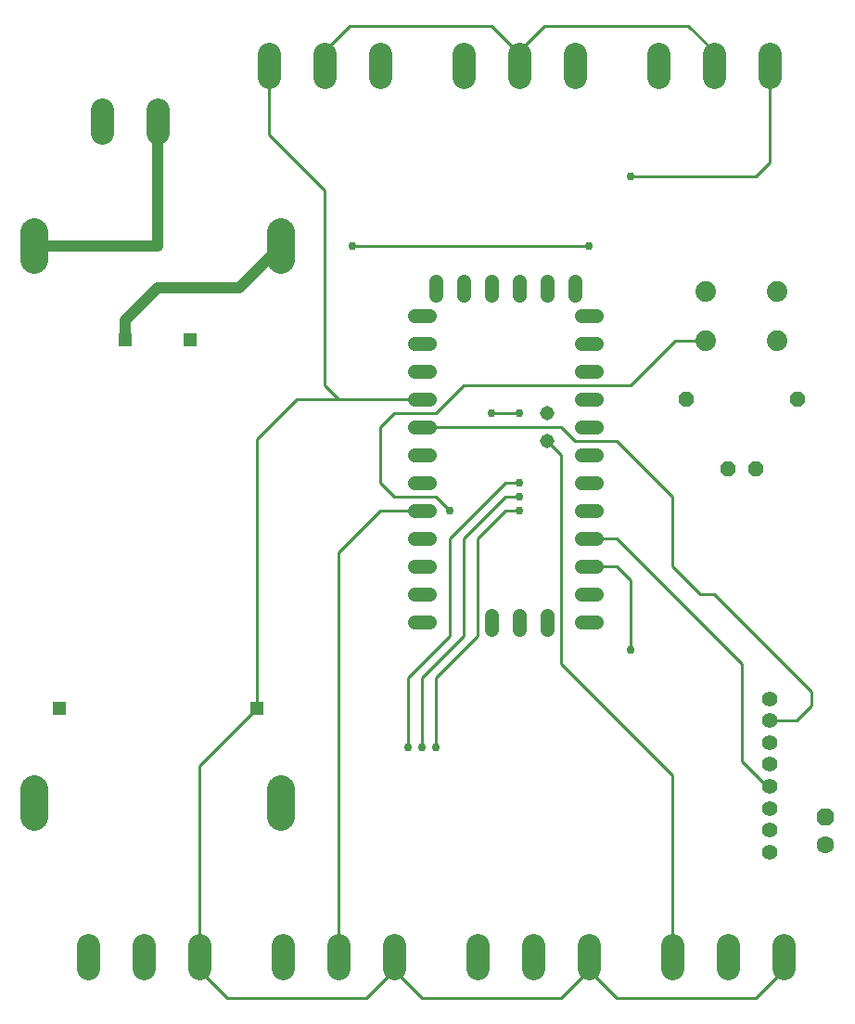
<source format=gbr>
G04 EAGLE Gerber RS-274X export*
G75*
%MOMM*%
%FSLAX34Y34*%
%LPD*%
%INTop Copper*%
%IPPOS*%
%AMOC8*
5,1,8,0,0,1.08239X$1,22.5*%
G01*
%ADD10P,1.732040X8X112.500000*%
%ADD11C,1.600200*%
%ADD12C,1.879600*%
%ADD13C,2.540000*%
%ADD14P,1.429621X8X22.500000*%
%ADD15C,1.422400*%
%ADD16C,1.308000*%
%ADD17C,1.308000*%
%ADD18R,1.308000X1.308000*%
%ADD19C,2.095500*%
%ADD20C,0.254000*%
%ADD21C,0.756400*%
%ADD22C,1.016000*%


D10*
X774700Y177800D03*
D11*
X774700Y152400D03*
D12*
X665988Y657606D03*
X731012Y657606D03*
X665988Y612394D03*
X731012Y612394D03*
D13*
X52578Y685800D02*
X52578Y711200D01*
X277622Y711200D02*
X277622Y685800D01*
X52578Y203200D02*
X52578Y177800D01*
X277622Y177800D02*
X277622Y203200D01*
D14*
X685800Y495300D03*
X711200Y495300D03*
X647700Y558800D03*
X749300Y558800D03*
D15*
X723900Y145900D03*
X723900Y165900D03*
X723900Y185900D03*
X723900Y205900D03*
X723900Y225900D03*
X723900Y245900D03*
X723900Y265900D03*
X723900Y285900D03*
D16*
X419100Y653860D02*
X419100Y666940D01*
X444500Y666940D02*
X444500Y653860D01*
X469900Y653860D02*
X469900Y666940D01*
X495300Y666940D02*
X495300Y653860D01*
X520700Y653860D02*
X520700Y666940D01*
X546100Y666940D02*
X546100Y653860D01*
X412940Y635000D02*
X399860Y635000D01*
X399860Y609600D02*
X412940Y609600D01*
X412940Y584200D02*
X399860Y584200D01*
X399860Y558800D02*
X412940Y558800D01*
X412940Y533400D02*
X399860Y533400D01*
X399860Y508000D02*
X412940Y508000D01*
X412940Y482600D02*
X399860Y482600D01*
X399860Y457200D02*
X412940Y457200D01*
X412940Y431800D02*
X399860Y431800D01*
X399860Y406400D02*
X412940Y406400D01*
X412940Y381000D02*
X399860Y381000D01*
X399860Y355600D02*
X412940Y355600D01*
X552260Y635000D02*
X565340Y635000D01*
X565340Y609600D02*
X552260Y609600D01*
X552260Y584200D02*
X565340Y584200D01*
X565340Y558800D02*
X552260Y558800D01*
X552260Y533400D02*
X565340Y533400D01*
X565340Y508000D02*
X552260Y508000D01*
X552260Y482600D02*
X565340Y482600D01*
X565340Y457200D02*
X552260Y457200D01*
X552260Y431800D02*
X565340Y431800D01*
X565340Y406400D02*
X552260Y406400D01*
X552260Y381000D02*
X565340Y381000D01*
X565340Y355600D02*
X552260Y355600D01*
X520700Y362140D02*
X520700Y349060D01*
X495300Y349060D02*
X495300Y362140D01*
X469900Y362140D02*
X469900Y349060D01*
D17*
X520700Y546100D03*
X520700Y520700D03*
D18*
X135800Y613000D03*
X194800Y613000D03*
X255800Y277000D03*
X75800Y277000D03*
D19*
X165100Y802323D02*
X165100Y823278D01*
X114300Y823278D02*
X114300Y802323D01*
X101600Y61278D02*
X101600Y40323D01*
X152400Y40323D02*
X152400Y61278D01*
X203200Y61278D02*
X203200Y40323D01*
X279400Y40323D02*
X279400Y61278D01*
X330200Y61278D02*
X330200Y40323D01*
X381000Y40323D02*
X381000Y61278D01*
X457200Y61278D02*
X457200Y40323D01*
X508000Y40323D02*
X508000Y61278D01*
X558800Y61278D02*
X558800Y40323D01*
X635000Y40323D02*
X635000Y61278D01*
X685800Y61278D02*
X685800Y40323D01*
X736600Y40323D02*
X736600Y61278D01*
X723900Y853123D02*
X723900Y874078D01*
X673100Y874078D02*
X673100Y853123D01*
X622300Y853123D02*
X622300Y874078D01*
X546100Y874078D02*
X546100Y853123D01*
X495300Y853123D02*
X495300Y874078D01*
X444500Y874078D02*
X444500Y853123D01*
X368300Y853123D02*
X368300Y874078D01*
X317500Y874078D02*
X317500Y853123D01*
X266700Y853123D02*
X266700Y874078D01*
D20*
X203200Y50800D02*
X203200Y38100D01*
X228600Y12700D01*
X355600Y12700D01*
X381000Y38100D01*
X381000Y50800D01*
X381000Y38100D02*
X406400Y12700D01*
X533400Y12700D01*
X558800Y38100D01*
X558800Y50800D01*
X736600Y50800D02*
X736600Y38100D01*
X711200Y12700D01*
X584200Y12700D01*
X558800Y38100D01*
X406400Y558800D02*
X292100Y558800D01*
X255800Y522500D02*
X255800Y277000D01*
X255800Y522500D02*
X292100Y558800D01*
X255800Y277000D02*
X203200Y224400D01*
X203200Y50800D01*
X330200Y558800D02*
X406400Y558800D01*
X330200Y558800D02*
X317500Y571500D01*
X317500Y749300D01*
X266700Y800100D01*
X266700Y863600D01*
X637794Y612394D02*
X665988Y612394D01*
X637794Y612394D02*
X596900Y571500D01*
X444500Y571500D01*
X419100Y546100D02*
X381000Y546100D01*
X368300Y533400D01*
X368300Y482600D01*
X381000Y469900D01*
X419100Y469900D01*
X431800Y457200D01*
D21*
X431800Y457200D03*
D20*
X419100Y546100D02*
X444500Y571500D01*
D21*
X495300Y546100D03*
D20*
X469900Y546100D01*
D21*
X469900Y546100D03*
X342900Y698500D03*
D20*
X558800Y698500D01*
D21*
X558800Y698500D03*
D22*
X277622Y698500D02*
X239522Y660400D01*
X165100Y660400D01*
X135800Y631100D01*
X135800Y613000D01*
D20*
X406400Y533400D02*
X533400Y533400D01*
X546100Y520700D01*
X584200Y520700D01*
X635000Y469900D01*
X635000Y406400D01*
X660400Y381000D01*
X673100Y381000D01*
X762000Y292100D01*
X762000Y279400D01*
X748500Y265900D02*
X723900Y265900D01*
X748500Y265900D02*
X762000Y279400D01*
D21*
X596900Y330200D03*
D20*
X596900Y393700D01*
X584200Y406400D01*
X558800Y406400D01*
X558800Y431800D02*
X584200Y431800D01*
X698500Y317500D01*
X698500Y228600D01*
X721200Y205900D02*
X723900Y205900D01*
X721200Y205900D02*
X698500Y228600D01*
D22*
X165100Y698500D02*
X165100Y812800D01*
X165100Y698500D02*
X52578Y698500D01*
D21*
X393700Y241300D03*
D20*
X393700Y304800D01*
X431800Y342900D01*
X431800Y431800D01*
X482600Y482600D01*
X495300Y482600D01*
D21*
X495300Y482600D03*
X406400Y241300D03*
D20*
X406400Y304800D01*
X444500Y342900D01*
X444500Y431800D01*
X482600Y469900D01*
X495300Y469900D01*
D21*
X495300Y469900D03*
X419100Y241300D03*
D20*
X419100Y304800D01*
X457200Y342900D01*
X457200Y431800D01*
X482600Y457200D01*
X495300Y457200D01*
D21*
X495300Y457200D03*
D20*
X533400Y508000D02*
X520700Y520700D01*
X533400Y508000D02*
X533400Y317500D01*
X635000Y215900D01*
X635000Y50800D01*
D21*
X596900Y762000D03*
D20*
X711200Y762000D01*
X723900Y774700D01*
X723900Y863600D01*
X406400Y457200D02*
X368300Y457200D01*
X330200Y419100D02*
X330200Y50800D01*
X330200Y419100D02*
X368300Y457200D01*
X317500Y863600D02*
X317500Y876300D01*
X340870Y899670D01*
X469900Y899670D01*
X493270Y876300D01*
X495300Y876300D01*
X495300Y863600D01*
X673100Y863600D02*
X673100Y876300D01*
X649730Y899670D01*
X518670Y899670D02*
X495300Y876300D01*
X518670Y899670D02*
X649730Y899670D01*
M02*

</source>
